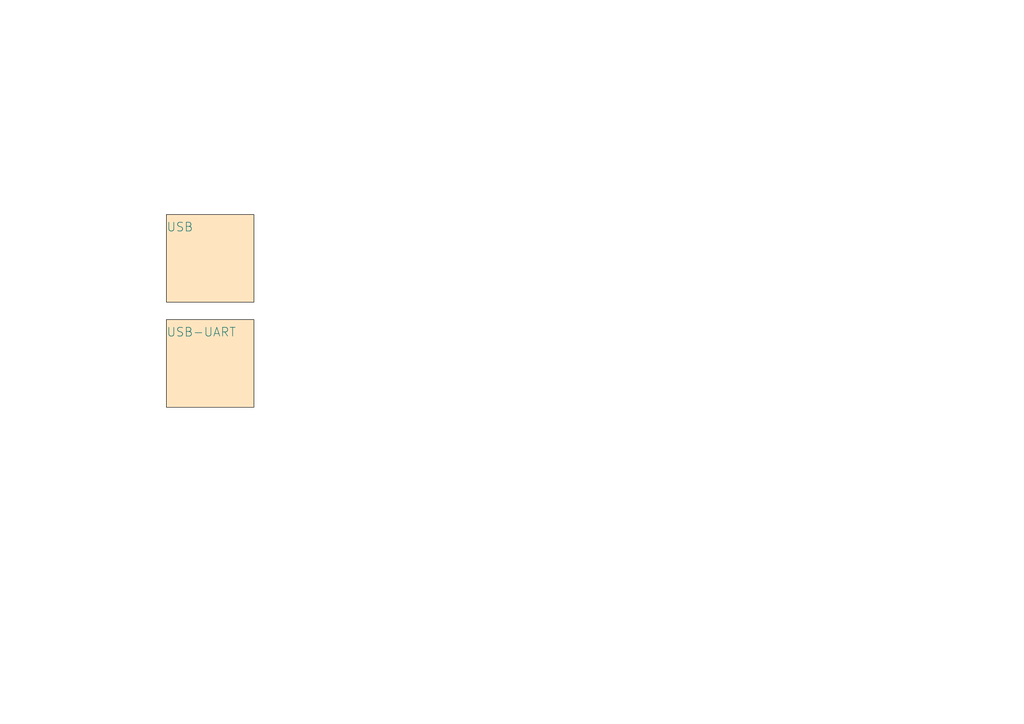
<source format=kicad_sch>
(kicad_sch (version 20211123) (generator eeschema)
  (paper "A4")
  (title_block (title "BoardGame") (date "2022-09-19") (rev "1") (company "TVZ"))
  (lib_symbols)
  (sheet (at 48.26 62.23) (size 25.4 25.4) (stroke (width 0.1524) (color 0 0 0 1)) (fill (color 255 229 191 1.0000))
    (property "Sheet name" "USB" (at 48.26 67.31 0) (effects (font (size 2.54 2.54)) (justify left bottom)))
    (property "Sheet file" "USB.kicad_sch" (effects hide))
  )
  (sheet (at 48.26 92.71) (size 25.4 25.4) (stroke (width 0.1524) (color 0 0 0 1)) (fill (color 255 229 191 1.0000))
    (property "Sheet name" "USB-UART" (at 48.26 97.79 0) (effects (font (size 2.54 2.54)) (justify left bottom)))
    (property "Sheet file" "USB-UART.kicad_sch" (effects hide))
  )
)
</source>
